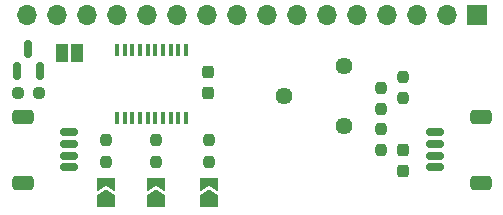
<source format=gbr>
%TF.GenerationSoftware,KiCad,Pcbnew,(6.0.11-0)*%
%TF.CreationDate,2023-01-30T18:53:32-05:00*%
%TF.ProjectId,LCD-StemmaQT,4c43442d-5374-4656-9d6d-6151542e6b69,1.1.0*%
%TF.SameCoordinates,Original*%
%TF.FileFunction,Soldermask,Top*%
%TF.FilePolarity,Negative*%
%FSLAX46Y46*%
G04 Gerber Fmt 4.6, Leading zero omitted, Abs format (unit mm)*
G04 Created by KiCad (PCBNEW (6.0.11-0)) date 2023-01-30 18:53:32*
%MOMM*%
%LPD*%
G01*
G04 APERTURE LIST*
G04 Aperture macros list*
%AMRoundRect*
0 Rectangle with rounded corners*
0 $1 Rounding radius*
0 $2 $3 $4 $5 $6 $7 $8 $9 X,Y pos of 4 corners*
0 Add a 4 corners polygon primitive as box body*
4,1,4,$2,$3,$4,$5,$6,$7,$8,$9,$2,$3,0*
0 Add four circle primitives for the rounded corners*
1,1,$1+$1,$2,$3*
1,1,$1+$1,$4,$5*
1,1,$1+$1,$6,$7*
1,1,$1+$1,$8,$9*
0 Add four rect primitives between the rounded corners*
20,1,$1+$1,$2,$3,$4,$5,0*
20,1,$1+$1,$4,$5,$6,$7,0*
20,1,$1+$1,$6,$7,$8,$9,0*
20,1,$1+$1,$8,$9,$2,$3,0*%
%AMFreePoly0*
4,1,6,1.000000,0.000000,0.500000,-0.750000,-0.500000,-0.750000,-0.500000,0.750000,0.500000,0.750000,1.000000,0.000000,1.000000,0.000000,$1*%
%AMFreePoly1*
4,1,6,0.500000,-0.750000,-0.650000,-0.750000,-0.150000,0.000000,-0.650000,0.750000,0.500000,0.750000,0.500000,-0.750000,0.500000,-0.750000,$1*%
G04 Aperture macros list end*
%ADD10R,0.400000X1.000000*%
%ADD11FreePoly0,90.000000*%
%ADD12FreePoly1,90.000000*%
%ADD13RoundRect,0.237500X0.237500X-0.300000X0.237500X0.300000X-0.237500X0.300000X-0.237500X-0.300000X0*%
%ADD14RoundRect,0.237500X-0.237500X0.250000X-0.237500X-0.250000X0.237500X-0.250000X0.237500X0.250000X0*%
%ADD15R,1.000000X1.500000*%
%ADD16RoundRect,0.150000X-0.625000X0.150000X-0.625000X-0.150000X0.625000X-0.150000X0.625000X0.150000X0*%
%ADD17RoundRect,0.250000X-0.650000X0.350000X-0.650000X-0.350000X0.650000X-0.350000X0.650000X0.350000X0*%
%ADD18C,1.440000*%
%ADD19RoundRect,0.150000X0.625000X-0.150000X0.625000X0.150000X-0.625000X0.150000X-0.625000X-0.150000X0*%
%ADD20RoundRect,0.250000X0.650000X-0.350000X0.650000X0.350000X-0.650000X0.350000X-0.650000X-0.350000X0*%
%ADD21RoundRect,0.237500X0.237500X-0.287500X0.237500X0.287500X-0.237500X0.287500X-0.237500X-0.287500X0*%
%ADD22RoundRect,0.150000X0.150000X-0.587500X0.150000X0.587500X-0.150000X0.587500X-0.150000X-0.587500X0*%
%ADD23RoundRect,0.237500X0.250000X0.237500X-0.250000X0.237500X-0.250000X-0.237500X0.250000X-0.237500X0*%
%ADD24R,1.700000X1.700000*%
%ADD25O,1.700000X1.700000*%
G04 APERTURE END LIST*
D10*
%TO.C,U101*%
X144400000Y-93000000D03*
X145050000Y-93000000D03*
X145700000Y-93000000D03*
X146350000Y-93000000D03*
X147000000Y-93000000D03*
X147650000Y-93000000D03*
X148300000Y-93000000D03*
X148950000Y-93000000D03*
X149600000Y-93000000D03*
X150250000Y-93000000D03*
X150250000Y-87200000D03*
X149600000Y-87200000D03*
X148950000Y-87200000D03*
X148300000Y-87200000D03*
X147650000Y-87200000D03*
X147000000Y-87200000D03*
X146350000Y-87200000D03*
X145700000Y-87200000D03*
X145050000Y-87200000D03*
X144400000Y-87200000D03*
%TD*%
D11*
%TO.C,JP102*%
X147700000Y-100025000D03*
D12*
X147700000Y-98575000D03*
%TD*%
D13*
%TO.C,C101*%
X152125000Y-90862500D03*
X152125000Y-89137500D03*
%TD*%
D14*
%TO.C,R102*%
X166746550Y-93902300D03*
X166746550Y-95727300D03*
%TD*%
D15*
%TO.C,JP104*%
X141033200Y-87452600D03*
X139733200Y-87452600D03*
%TD*%
D11*
%TO.C,JP101*%
X143500000Y-100025000D03*
D12*
X143500000Y-98575000D03*
%TD*%
D16*
%TO.C,J104*%
X140351200Y-94182200D03*
X140351200Y-95182200D03*
X140351200Y-96182200D03*
X140351200Y-97182200D03*
D17*
X136476200Y-98482200D03*
X136476200Y-92882200D03*
%TD*%
D14*
%TO.C,R107*%
X166746550Y-90452300D03*
X166746550Y-92277300D03*
%TD*%
%TO.C,R103*%
X143500000Y-94887500D03*
X143500000Y-96712500D03*
%TD*%
D18*
%TO.C,RV101*%
X163580000Y-88610000D03*
X158500000Y-91150000D03*
X163580000Y-93690000D03*
%TD*%
D19*
%TO.C,J101*%
X171340550Y-97182200D03*
X171340550Y-96182200D03*
X171340550Y-95182200D03*
X171340550Y-94182200D03*
D20*
X175215550Y-98482200D03*
X175215550Y-92882200D03*
%TD*%
D21*
%TO.C,D101*%
X168602600Y-97446200D03*
X168602600Y-95696200D03*
%TD*%
D22*
%TO.C,Q101*%
X135950000Y-89050000D03*
X137850000Y-89050000D03*
X136900000Y-87175000D03*
%TD*%
D23*
%TO.C,R101*%
X137815900Y-90907000D03*
X135990900Y-90907000D03*
%TD*%
D14*
%TO.C,R105*%
X152150000Y-94887500D03*
X152150000Y-96712500D03*
%TD*%
%TO.C,R106*%
X168596550Y-89502300D03*
X168596550Y-91327300D03*
%TD*%
%TO.C,R104*%
X147700000Y-94887500D03*
X147700000Y-96712500D03*
%TD*%
D11*
%TO.C,JP103*%
X152150000Y-100025000D03*
D12*
X152150000Y-98575000D03*
%TD*%
D24*
%TO.C,J102*%
X174900000Y-84250000D03*
D25*
X172360000Y-84250000D03*
X169820000Y-84250000D03*
X167280000Y-84250000D03*
X164740000Y-84250000D03*
X162200000Y-84250000D03*
X159660000Y-84250000D03*
X157120000Y-84250000D03*
X154580000Y-84250000D03*
X152040000Y-84250000D03*
X149500000Y-84250000D03*
X146960000Y-84250000D03*
X144420000Y-84250000D03*
X141880000Y-84250000D03*
X139340000Y-84250000D03*
X136800000Y-84250000D03*
%TD*%
M02*

</source>
